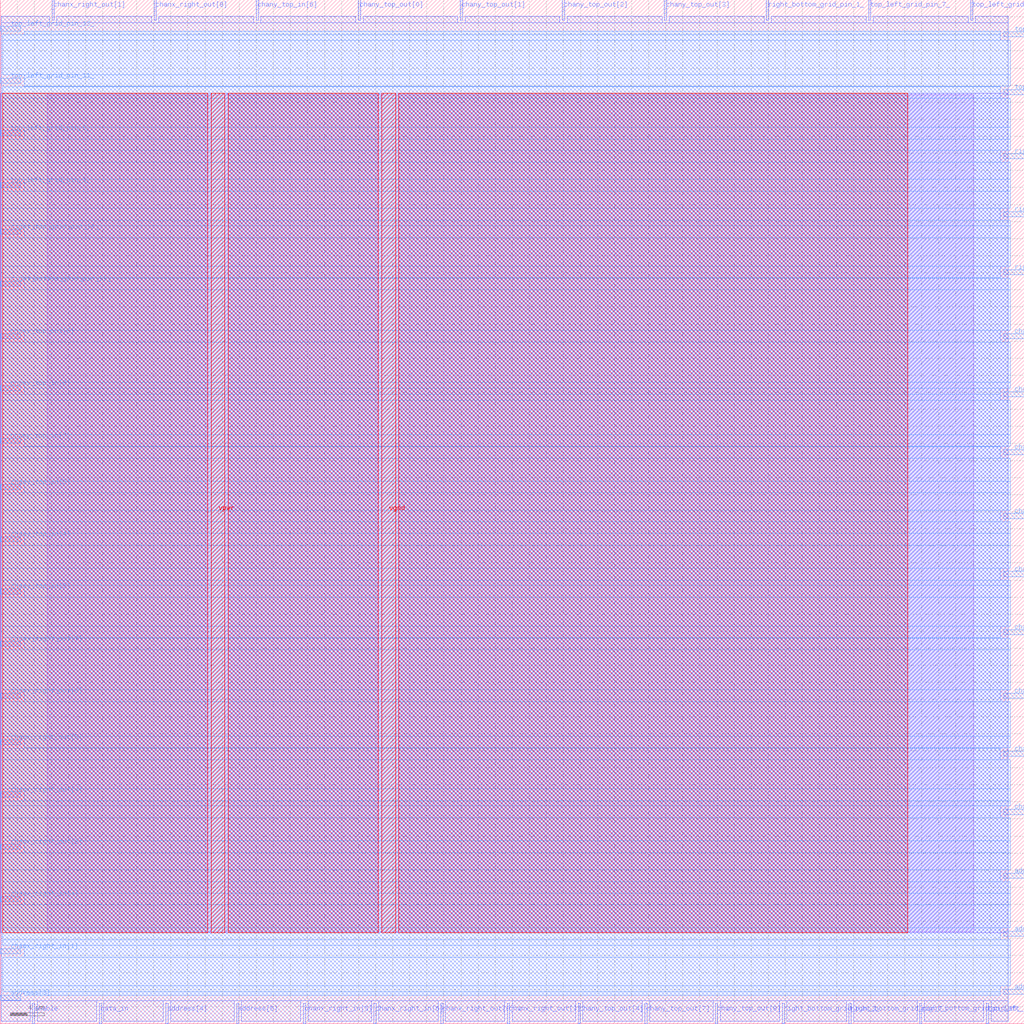
<source format=lef>
VERSION 5.7 ;
  NOWIREEXTENSIONATPIN ON ;
  DIVIDERCHAR "/" ;
  BUSBITCHARS "[]" ;
MACRO sb_0__0_
  CLASS BLOCK ;
  FOREIGN sb_0__0_ ;
  ORIGIN 0.000 0.000 ;
  SIZE 120.000 BY 120.000 ;
  PIN address[0]
    DIRECTION INPUT ;
    PORT
      LAYER met3 ;
        RECT 117.600 3.440 120.000 4.040 ;
    END
  END address[0]
  PIN address[1]
    DIRECTION INPUT ;
    PORT
      LAYER met3 ;
        RECT 117.600 10.240 120.000 10.840 ;
    END
  END address[1]
  PIN address[2]
    DIRECTION INPUT ;
    PORT
      LAYER met3 ;
        RECT 117.600 17.040 120.000 17.640 ;
    END
  END address[2]
  PIN address[3]
    DIRECTION INPUT ;
    PORT
      LAYER met3 ;
        RECT 0.000 2.760 2.400 3.360 ;
    END
  END address[3]
  PIN address[4]
    DIRECTION INPUT ;
    PORT
      LAYER met2 ;
        RECT 19.410 0.000 19.690 2.400 ;
    END
  END address[4]
  PIN address[5]
    DIRECTION INPUT ;
    PORT
      LAYER met2 ;
        RECT 27.690 0.000 27.970 2.400 ;
    END
  END address[5]
  PIN chanx_right_in[0]
    DIRECTION INPUT ;
    PORT
      LAYER met3 ;
        RECT 117.600 24.520 120.000 25.120 ;
    END
  END chanx_right_in[0]
  PIN chanx_right_in[1]
    DIRECTION INPUT ;
    PORT
      LAYER met3 ;
        RECT 0.000 8.200 2.400 8.800 ;
    END
  END chanx_right_in[1]
  PIN chanx_right_in[2]
    DIRECTION INPUT ;
    PORT
      LAYER met3 ;
        RECT 117.600 31.320 120.000 31.920 ;
    END
  END chanx_right_in[2]
  PIN chanx_right_in[3]
    DIRECTION INPUT ;
    PORT
      LAYER met3 ;
        RECT 117.600 38.120 120.000 38.720 ;
    END
  END chanx_right_in[3]
  PIN chanx_right_in[4]
    DIRECTION INPUT ;
    PORT
      LAYER met3 ;
        RECT 0.000 14.320 2.400 14.920 ;
    END
  END chanx_right_in[4]
  PIN chanx_right_in[5]
    DIRECTION INPUT ;
    PORT
      LAYER met2 ;
        RECT 35.510 0.000 35.790 2.400 ;
    END
  END chanx_right_in[5]
  PIN chanx_right_in[6]
    DIRECTION INPUT ;
    PORT
      LAYER met2 ;
        RECT 43.790 0.000 44.070 2.400 ;
    END
  END chanx_right_in[6]
  PIN chanx_right_in[7]
    DIRECTION INPUT ;
    PORT
      LAYER met3 ;
        RECT 117.600 45.600 120.000 46.200 ;
    END
  END chanx_right_in[7]
  PIN chanx_right_in[8]
    DIRECTION INPUT ;
    PORT
      LAYER met3 ;
        RECT 117.600 52.400 120.000 53.000 ;
    END
  END chanx_right_in[8]
  PIN chanx_right_out[0]
    DIRECTION OUTPUT TRISTATE ;
    PORT
      LAYER met2 ;
        RECT 51.610 0.000 51.890 2.400 ;
    END
  END chanx_right_out[0]
  PIN chanx_right_out[1]
    DIRECTION OUTPUT TRISTATE ;
    PORT
      LAYER met2 ;
        RECT 6.070 117.600 6.350 120.000 ;
    END
  END chanx_right_out[1]
  PIN chanx_right_out[2]
    DIRECTION OUTPUT TRISTATE ;
    PORT
      LAYER met3 ;
        RECT 0.000 20.440 2.400 21.040 ;
    END
  END chanx_right_out[2]
  PIN chanx_right_out[3]
    DIRECTION OUTPUT TRISTATE ;
    PORT
      LAYER met2 ;
        RECT 59.430 0.000 59.710 2.400 ;
    END
  END chanx_right_out[3]
  PIN chanx_right_out[4]
    DIRECTION OUTPUT TRISTATE ;
    PORT
      LAYER met3 ;
        RECT 0.000 26.560 2.400 27.160 ;
    END
  END chanx_right_out[4]
  PIN chanx_right_out[5]
    DIRECTION OUTPUT TRISTATE ;
    PORT
      LAYER met3 ;
        RECT 0.000 32.680 2.400 33.280 ;
    END
  END chanx_right_out[5]
  PIN chanx_right_out[6]
    DIRECTION OUTPUT TRISTATE ;
    PORT
      LAYER met3 ;
        RECT 0.000 38.120 2.400 38.720 ;
    END
  END chanx_right_out[6]
  PIN chanx_right_out[7]
    DIRECTION OUTPUT TRISTATE ;
    PORT
      LAYER met3 ;
        RECT 0.000 44.240 2.400 44.840 ;
    END
  END chanx_right_out[7]
  PIN chanx_right_out[8]
    DIRECTION OUTPUT TRISTATE ;
    PORT
      LAYER met2 ;
        RECT 18.030 117.600 18.310 120.000 ;
    END
  END chanx_right_out[8]
  PIN chany_top_in[0]
    DIRECTION INPUT ;
    PORT
      LAYER met3 ;
        RECT 117.600 59.200 120.000 59.800 ;
    END
  END chany_top_in[0]
  PIN chany_top_in[1]
    DIRECTION INPUT ;
    PORT
      LAYER met3 ;
        RECT 117.600 66.680 120.000 67.280 ;
    END
  END chany_top_in[1]
  PIN chany_top_in[2]
    DIRECTION INPUT ;
    PORT
      LAYER met3 ;
        RECT 117.600 73.480 120.000 74.080 ;
    END
  END chany_top_in[2]
  PIN chany_top_in[3]
    DIRECTION INPUT ;
    PORT
      LAYER met3 ;
        RECT 0.000 50.360 2.400 50.960 ;
    END
  END chany_top_in[3]
  PIN chany_top_in[4]
    DIRECTION INPUT ;
    PORT
      LAYER met3 ;
        RECT 0.000 56.480 2.400 57.080 ;
    END
  END chany_top_in[4]
  PIN chany_top_in[5]
    DIRECTION INPUT ;
    PORT
      LAYER met3 ;
        RECT 0.000 62.600 2.400 63.200 ;
    END
  END chany_top_in[5]
  PIN chany_top_in[6]
    DIRECTION INPUT ;
    PORT
      LAYER met2 ;
        RECT 29.990 117.600 30.270 120.000 ;
    END
  END chany_top_in[6]
  PIN chany_top_in[7]
    DIRECTION INPUT ;
    PORT
      LAYER met3 ;
        RECT 0.000 68.040 2.400 68.640 ;
    END
  END chany_top_in[7]
  PIN chany_top_in[8]
    DIRECTION INPUT ;
    PORT
      LAYER met3 ;
        RECT 0.000 74.160 2.400 74.760 ;
    END
  END chany_top_in[8]
  PIN chany_top_out[0]
    DIRECTION OUTPUT TRISTATE ;
    PORT
      LAYER met2 ;
        RECT 41.950 117.600 42.230 120.000 ;
    END
  END chany_top_out[0]
  PIN chany_top_out[1]
    DIRECTION OUTPUT TRISTATE ;
    PORT
      LAYER met2 ;
        RECT 53.910 117.600 54.190 120.000 ;
    END
  END chany_top_out[1]
  PIN chany_top_out[2]
    DIRECTION OUTPUT TRISTATE ;
    PORT
      LAYER met2 ;
        RECT 65.870 117.600 66.150 120.000 ;
    END
  END chany_top_out[2]
  PIN chany_top_out[3]
    DIRECTION OUTPUT TRISTATE ;
    PORT
      LAYER met2 ;
        RECT 77.830 117.600 78.110 120.000 ;
    END
  END chany_top_out[3]
  PIN chany_top_out[4]
    DIRECTION OUTPUT TRISTATE ;
    PORT
      LAYER met2 ;
        RECT 67.710 0.000 67.990 2.400 ;
    END
  END chany_top_out[4]
  PIN chany_top_out[5]
    DIRECTION OUTPUT TRISTATE ;
    PORT
      LAYER met3 ;
        RECT 117.600 80.280 120.000 80.880 ;
    END
  END chany_top_out[5]
  PIN chany_top_out[6]
    DIRECTION OUTPUT TRISTATE ;
    PORT
      LAYER met3 ;
        RECT 0.000 80.280 2.400 80.880 ;
    END
  END chany_top_out[6]
  PIN chany_top_out[7]
    DIRECTION OUTPUT TRISTATE ;
    PORT
      LAYER met2 ;
        RECT 75.530 0.000 75.810 2.400 ;
    END
  END chany_top_out[7]
  PIN chany_top_out[8]
    DIRECTION OUTPUT TRISTATE ;
    PORT
      LAYER met2 ;
        RECT 83.810 0.000 84.090 2.400 ;
    END
  END chany_top_out[8]
  PIN data_in
    DIRECTION INPUT ;
    PORT
      LAYER met2 ;
        RECT 11.590 0.000 11.870 2.400 ;
    END
  END data_in
  PIN enable
    DIRECTION INPUT ;
    PORT
      LAYER met2 ;
        RECT 3.770 0.000 4.050 2.400 ;
    END
  END enable
  PIN right_bottom_grid_pin_11_
    DIRECTION INPUT ;
    PORT
      LAYER met3 ;
        RECT 0.000 86.400 2.400 87.000 ;
    END
  END right_bottom_grid_pin_11_
  PIN right_bottom_grid_pin_13_
    DIRECTION INPUT ;
    PORT
      LAYER met3 ;
        RECT 117.600 101.360 120.000 101.960 ;
    END
  END right_bottom_grid_pin_13_
  PIN right_bottom_grid_pin_15_
    DIRECTION INPUT ;
    PORT
      LAYER met2 ;
        RECT 107.730 0.000 108.010 2.400 ;
    END
  END right_bottom_grid_pin_15_
  PIN right_bottom_grid_pin_1_
    DIRECTION INPUT ;
    PORT
      LAYER met2 ;
        RECT 89.790 117.600 90.070 120.000 ;
    END
  END right_bottom_grid_pin_1_
  PIN right_bottom_grid_pin_3_
    DIRECTION INPUT ;
    PORT
      LAYER met2 ;
        RECT 91.630 0.000 91.910 2.400 ;
    END
  END right_bottom_grid_pin_3_
  PIN right_bottom_grid_pin_5_
    DIRECTION INPUT ;
    PORT
      LAYER met3 ;
        RECT 117.600 87.760 120.000 88.360 ;
    END
  END right_bottom_grid_pin_5_
  PIN right_bottom_grid_pin_7_
    DIRECTION INPUT ;
    PORT
      LAYER met2 ;
        RECT 99.450 0.000 99.730 2.400 ;
    END
  END right_bottom_grid_pin_7_
  PIN right_bottom_grid_pin_9_
    DIRECTION INPUT ;
    PORT
      LAYER met3 ;
        RECT 117.600 94.560 120.000 95.160 ;
    END
  END right_bottom_grid_pin_9_
  PIN right_top_grid_pin_10_
    DIRECTION INPUT ;
    PORT
      LAYER met3 ;
        RECT 0.000 92.520 2.400 93.120 ;
    END
  END right_top_grid_pin_10_
  PIN top_left_grid_pin_11_
    DIRECTION INPUT ;
    PORT
      LAYER met3 ;
        RECT 0.000 110.200 2.400 110.800 ;
    END
  END top_left_grid_pin_11_
  PIN top_left_grid_pin_13_
    DIRECTION INPUT ;
    PORT
      LAYER met3 ;
        RECT 0.000 116.320 2.400 116.920 ;
    END
  END top_left_grid_pin_13_
  PIN top_left_grid_pin_15_
    DIRECTION INPUT ;
    PORT
      LAYER met2 ;
        RECT 113.710 117.600 113.990 120.000 ;
    END
  END top_left_grid_pin_15_
  PIN top_left_grid_pin_1_
    DIRECTION INPUT ;
    PORT
      LAYER met3 ;
        RECT 0.000 97.960 2.400 98.560 ;
    END
  END top_left_grid_pin_1_
  PIN top_left_grid_pin_3_
    DIRECTION INPUT ;
    PORT
      LAYER met2 ;
        RECT 115.550 0.000 115.830 2.400 ;
    END
  END top_left_grid_pin_3_
  PIN top_left_grid_pin_5_
    DIRECTION INPUT ;
    PORT
      LAYER met3 ;
        RECT 0.000 104.080 2.400 104.680 ;
    END
  END top_left_grid_pin_5_
  PIN top_left_grid_pin_7_
    DIRECTION INPUT ;
    PORT
      LAYER met2 ;
        RECT 101.750 117.600 102.030 120.000 ;
    END
  END top_left_grid_pin_7_
  PIN top_left_grid_pin_9_
    DIRECTION INPUT ;
    PORT
      LAYER met3 ;
        RECT 117.600 108.840 120.000 109.440 ;
    END
  END top_left_grid_pin_9_
  PIN top_right_grid_pin_11_
    DIRECTION INPUT ;
    PORT
      LAYER met3 ;
        RECT 117.600 115.640 120.000 116.240 ;
    END
  END top_right_grid_pin_11_
  PIN vpwr
    DIRECTION INPUT ;
    PORT
      LAYER met4 ;
        RECT 24.720 10.640 26.320 109.040 ;
    END
  END vpwr
  PIN vgnd
    DIRECTION INPUT ;
    PORT
      LAYER met4 ;
        RECT 44.720 10.640 46.320 109.040 ;
    END
  END vgnd
  OBS
      LAYER li1 ;
        RECT 5.520 10.795 114.080 108.885 ;
      LAYER met1 ;
        RECT 0.070 10.640 118.150 109.040 ;
      LAYER met2 ;
        RECT 0.090 117.320 5.790 118.050 ;
        RECT 6.630 117.320 17.750 118.050 ;
        RECT 18.590 117.320 29.710 118.050 ;
        RECT 30.550 117.320 41.670 118.050 ;
        RECT 42.510 117.320 53.630 118.050 ;
        RECT 54.470 117.320 65.590 118.050 ;
        RECT 66.430 117.320 77.550 118.050 ;
        RECT 78.390 117.320 89.510 118.050 ;
        RECT 90.350 117.320 101.470 118.050 ;
        RECT 102.310 117.320 113.430 118.050 ;
        RECT 114.270 117.320 118.130 118.050 ;
        RECT 0.090 2.680 118.130 117.320 ;
        RECT 0.090 0.270 3.490 2.680 ;
        RECT 4.330 0.270 11.310 2.680 ;
        RECT 12.150 0.270 19.130 2.680 ;
        RECT 19.970 0.270 27.410 2.680 ;
        RECT 28.250 0.270 35.230 2.680 ;
        RECT 36.070 0.270 43.510 2.680 ;
        RECT 44.350 0.270 51.330 2.680 ;
        RECT 52.170 0.270 59.150 2.680 ;
        RECT 59.990 0.270 67.430 2.680 ;
        RECT 68.270 0.270 75.250 2.680 ;
        RECT 76.090 0.270 83.530 2.680 ;
        RECT 84.370 0.270 91.350 2.680 ;
        RECT 92.190 0.270 99.170 2.680 ;
        RECT 100.010 0.270 107.450 2.680 ;
        RECT 108.290 0.270 115.270 2.680 ;
        RECT 116.110 0.270 118.130 2.680 ;
      LAYER met3 ;
        RECT 2.800 115.920 117.200 116.320 ;
        RECT 0.270 115.240 117.200 115.920 ;
        RECT 0.270 111.200 118.370 115.240 ;
        RECT 2.800 109.840 118.370 111.200 ;
        RECT 2.800 109.800 117.200 109.840 ;
        RECT 0.270 108.440 117.200 109.800 ;
        RECT 0.270 105.080 118.370 108.440 ;
        RECT 2.800 103.680 118.370 105.080 ;
        RECT 0.270 102.360 118.370 103.680 ;
        RECT 0.270 100.960 117.200 102.360 ;
        RECT 0.270 98.960 118.370 100.960 ;
        RECT 2.800 97.560 118.370 98.960 ;
        RECT 0.270 95.560 118.370 97.560 ;
        RECT 0.270 94.160 117.200 95.560 ;
        RECT 0.270 93.520 118.370 94.160 ;
        RECT 2.800 92.120 118.370 93.520 ;
        RECT 0.270 88.760 118.370 92.120 ;
        RECT 0.270 87.400 117.200 88.760 ;
        RECT 2.800 87.360 117.200 87.400 ;
        RECT 2.800 86.000 118.370 87.360 ;
        RECT 0.270 81.280 118.370 86.000 ;
        RECT 2.800 79.880 117.200 81.280 ;
        RECT 0.270 75.160 118.370 79.880 ;
        RECT 2.800 74.480 118.370 75.160 ;
        RECT 2.800 73.760 117.200 74.480 ;
        RECT 0.270 73.080 117.200 73.760 ;
        RECT 0.270 69.040 118.370 73.080 ;
        RECT 2.800 67.680 118.370 69.040 ;
        RECT 2.800 67.640 117.200 67.680 ;
        RECT 0.270 66.280 117.200 67.640 ;
        RECT 0.270 63.600 118.370 66.280 ;
        RECT 2.800 62.200 118.370 63.600 ;
        RECT 0.270 60.200 118.370 62.200 ;
        RECT 0.270 58.800 117.200 60.200 ;
        RECT 0.270 57.480 118.370 58.800 ;
        RECT 2.800 56.080 118.370 57.480 ;
        RECT 0.270 53.400 118.370 56.080 ;
        RECT 0.270 52.000 117.200 53.400 ;
        RECT 0.270 51.360 118.370 52.000 ;
        RECT 2.800 49.960 118.370 51.360 ;
        RECT 0.270 46.600 118.370 49.960 ;
        RECT 0.270 45.240 117.200 46.600 ;
        RECT 2.800 45.200 117.200 45.240 ;
        RECT 2.800 43.840 118.370 45.200 ;
        RECT 0.270 39.120 118.370 43.840 ;
        RECT 2.800 37.720 117.200 39.120 ;
        RECT 0.270 33.680 118.370 37.720 ;
        RECT 2.800 32.320 118.370 33.680 ;
        RECT 2.800 32.280 117.200 32.320 ;
        RECT 0.270 30.920 117.200 32.280 ;
        RECT 0.270 27.560 118.370 30.920 ;
        RECT 2.800 26.160 118.370 27.560 ;
        RECT 0.270 25.520 118.370 26.160 ;
        RECT 0.270 24.120 117.200 25.520 ;
        RECT 0.270 21.440 118.370 24.120 ;
        RECT 2.800 20.040 118.370 21.440 ;
        RECT 0.270 18.040 118.370 20.040 ;
        RECT 0.270 16.640 117.200 18.040 ;
        RECT 0.270 15.320 118.370 16.640 ;
        RECT 2.800 13.920 118.370 15.320 ;
        RECT 0.270 11.240 118.370 13.920 ;
        RECT 0.270 9.840 117.200 11.240 ;
        RECT 0.270 9.200 118.370 9.840 ;
        RECT 2.800 7.800 118.370 9.200 ;
        RECT 0.270 4.440 118.370 7.800 ;
        RECT 0.270 3.760 117.200 4.440 ;
        RECT 2.800 3.360 117.200 3.760 ;
      LAYER met4 ;
        RECT 0.295 10.640 24.320 109.040 ;
        RECT 26.720 10.640 44.320 109.040 ;
        RECT 46.720 10.640 106.320 109.040 ;
  END
END sb_0__0_
END LIBRARY


</source>
